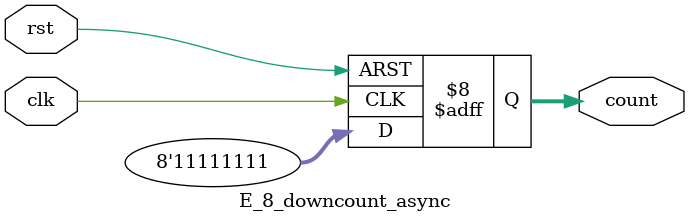
<source format=v>
`timescale 1ns / 1ps


module E_8_downcount_async(input clk,rst, output reg [7:0]count);
initial
count=8'b11111111;

always @(posedge clk or posedge rst)
begin
if(rst)
count=8'b11111111;

if(count>8'b00000000 & rst==0)
count<= count-8'b00000001;

else if(count==8'b00000000);
count=8'b11111111;
end





endmodule
</source>
